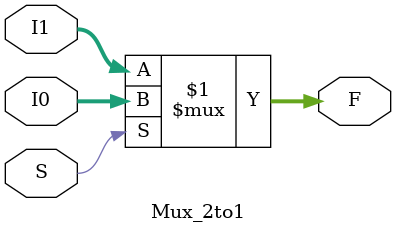
<source format=v>
module Mux_2to1(F, I0, I1, S);
	parameter N = 32;
	input [N-1:0]I0, I1;
	input S;
	output [N-1:0]F;
	assign F = S ? I0 : I1;
	
	//assign F = S[2] ? (S[1] ? (S[0] ? I7 : I6) : (S[0] ? I5 : I4)) : (S[1] ? (S[0] ? I3 : I2) : (S[0] ? I1 : I0));
endmodule


</source>
